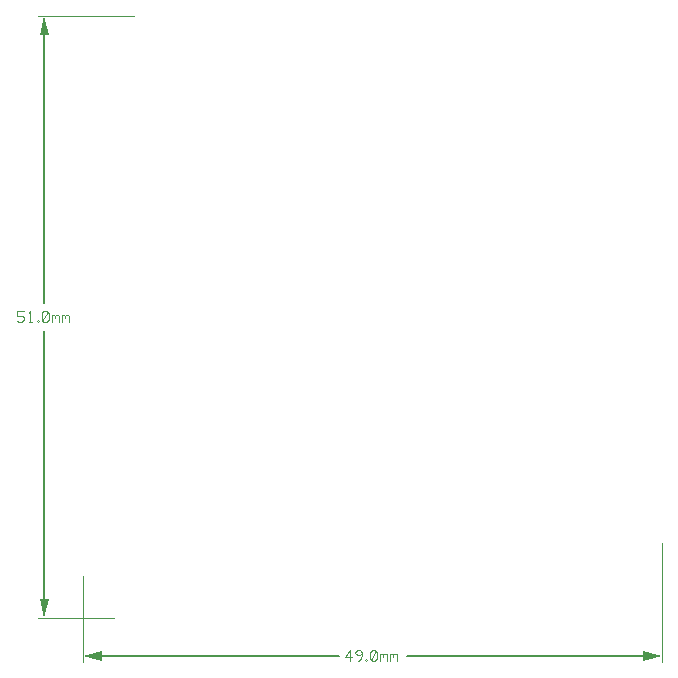
<source format=gbr>
G04 GENERATED BY PULSONIX 7.0 GERBER.DLL 4573*
%INHILLSTAR_30X30_EL_V1_0*%
%LNGERBER_DOCUMENTATION*%
%FSLAX33Y33*%
%IPPOS*%
%LPD*%
%OFA0B0*%
%MOMM*%
%ADD15C,0.125*%
%ADD17C,0.200*%
%ADD281C,0.025*%
%ADD394C,0.001*%
X0Y0D02*
D02*
D15*
X99672Y126631D02*
X99819Y126558D01*
X100040*
X100187Y126631*
X100260Y126778*
Y126852*
X100187Y126999*
X100040Y127072*
X99672*
Y127440*
X100260*
X100669Y126558D02*
X100963Y126558D01*
X100816D02*
X100816Y127440D01*
X100669Y127293*
X101445Y126558D02*
X101519Y126631D01*
X101445Y126705*
X101372Y126631*
X101445Y126558*
X101833Y126631D02*
X101980Y126558D01*
X102127*
X102274Y126631*
X102348Y126778*
Y127219*
X102274Y127366*
X102127Y127440*
X101980*
X101833Y127366*
X101759Y127219*
Y126778*
X101833Y126631*
X102274Y127366*
X102609Y126558D02*
X102609Y127146D01*
Y127072D02*
X102683Y127146D01*
X102830*
X102904Y127072*
Y126852*
Y127072D02*
X102977Y127146D01*
X103124*
X103198Y127072*
Y126558*
X103459D02*
X103459Y127146D01*
Y127072D02*
X103533Y127146D01*
X103680*
X103754Y127072*
Y126852*
Y127072D02*
X103827Y127146D01*
X103974*
X104048Y127072*
Y126558*
X127840Y97858D02*
X127840Y98740D01*
X127472Y98152*
X128060*
X128542Y97858D02*
X128690Y97931D01*
X128837Y98078*
X128910Y98299*
Y98519*
X128837Y98666*
X128690Y98740*
X128542*
X128395Y98666*
X128322Y98519*
X128395Y98372*
X128542Y98299*
X128690*
X128837Y98372*
X128910Y98519*
X129245Y97858D02*
X129319Y97931D01*
X129245Y98005*
X129172Y97931*
X129245Y97858*
X129633Y97931D02*
X129780Y97858D01*
X129927*
X130074Y97931*
X130148Y98078*
Y98519*
X130074Y98666*
X129927Y98740*
X129780*
X129633Y98666*
X129559Y98519*
Y98078*
X129633Y97931*
X130074Y98666*
X130409Y97858D02*
X130409Y98446D01*
Y98372D02*
X130483Y98446D01*
X130630*
X130703Y98372*
Y98152*
Y98372D02*
X130777Y98446D01*
X130924*
X130998Y98372*
Y97858*
X131259D02*
X131259Y98446D01*
Y98372D02*
X131333Y98446D01*
X131480*
X131554Y98372*
Y98152*
Y98372D02*
X131627Y98446D01*
X131774*
X131848Y98372*
Y97858*
D02*
D17*
X101991Y102262D02*
Y125775D01*
Y128149D02*
Y151662D01*
X106091Y98262D02*
X126909D01*
X132672D02*
X153491D01*
D02*
D281*
X105291Y104980D02*
Y97762D01*
X107860Y101462D02*
X101491D01*
X109612Y152462D02*
X101491D01*
X154291Y107799D02*
Y97762D01*
D02*
D394*
X101991Y101462D02*
G36*
X101591Y103062D01*
X102391*
X101991Y101462*
G37*
Y152462D02*
G36*
X102391Y150862D01*
X101591*
X101991Y152462*
G37*
X105291Y98262D02*
G36*
X106891Y98662D01*
Y97862*
X105291Y98262*
G37*
X154291D02*
G36*
X152691Y97862D01*
Y98662*
X154291Y98262*
G37*
X0Y0D02*
M02*

</source>
